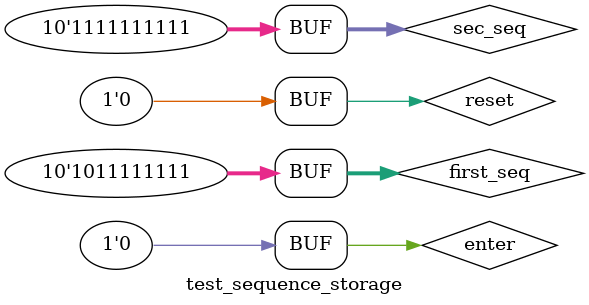
<source format=v>
`timescale 1ns / 1ps


module test_sequence_storage();
    reg reset, enter;
    reg[9:0] first_seq, sec_seq;
    wire [159:0] o_sequence;
    sequence_storage strorage_1(reset,enter, first_seq, sec_seq,o_sequence);

    initial begin
        reset = 1'b1; #10;
        reset = 1'b0; #10;
        
        // Sequences: [01, 00, , , ] & [ , , , , ]
        first_seq=10'b0100111111;
        sec_seq=10'b1111111111;
        #10;
        
        // Sequences: [00, 01, 00, 01, 00] & [10 , , , , ]
        first_seq=10'b0001000100;
        sec_seq=10'b1011111111;
        #10;
        
        // Sequences: [10, , , , ] & [ , , , , ]
        first_seq=10'b1011111111;
        sec_seq=10'b1111111111;
        #10;

       //enter
        enter=1'b1;#10;
        enter=1'b0;#10;
       
    end
endmodule
</source>
